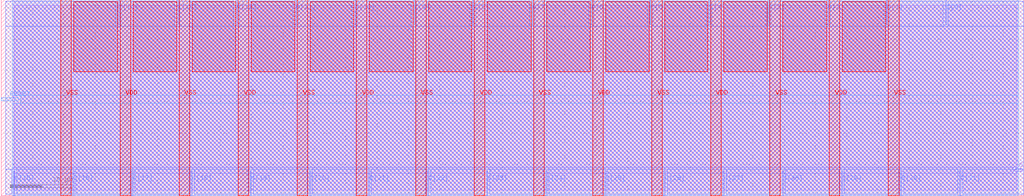
<source format=lef>
VERSION 5.7 ;
  NOWIREEXTENSIONATPIN ON ;
  DIVIDERCHAR "/" ;
  BUSBITCHARS "[]" ;
MACRO BR32
  CLASS BLOCK ;
  FOREIGN BR32 ;
  ORIGIN 0.000 0.000 ;
  SIZE 163.255 BY 31.295 ;
  PIN C[31]
    PORT
      LAYER met2 ;
        RECT 152.985 0.005 153.235 3.965 ;
    END
  END C[31]
  PIN C[30]
    PORT
      LAYER met2 ;
        RECT 143.545 0.005 143.795 3.965 ;
    END
  END C[30]
  PIN C[29]
    PORT
      LAYER met2 ;
        RECT 134.105 0.005 134.355 3.965 ;
    END
  END C[29]
  PIN C[28]
    PORT
      LAYER met2 ;
        RECT 124.665 0.005 124.915 3.965 ;
    END
  END C[28]
  PIN C[27]
    PORT
      LAYER met2 ;
        RECT 115.225 0.005 115.475 3.965 ;
    END
  END C[27]
  PIN C[26]
    PORT
      LAYER met2 ;
        RECT 105.785 0.005 106.035 3.965 ;
    END
  END C[26]
  PIN C[25]
    PORT
      LAYER met2 ;
        RECT 96.345 0.005 96.595 3.965 ;
    END
  END C[25]
  PIN C[24]
    PORT
      LAYER met2 ;
        RECT 86.905 0.005 87.155 3.965 ;
    END
  END C[24]
  PIN C[23]
    PORT
      LAYER met2 ;
        RECT 77.495 0.005 77.715 3.965 ;
    END
  END C[23]
  PIN C[22]
    PORT
      LAYER met2 ;
        RECT 68.055 0.005 68.275 3.965 ;
    END
  END C[22]
  PIN C[21]
    PORT
      LAYER met2 ;
        RECT 58.615 0.005 58.835 3.965 ;
    END
  END C[21]
  PIN C[20]
    PORT
      LAYER met2 ;
        RECT 49.175 0.005 49.395 3.965 ;
    END
  END C[20]
  PIN C[19]
    PORT
      LAYER met2 ;
        RECT 39.735 0.005 39.955 3.965 ;
    END
  END C[19]
  PIN C[18]
    PORT
      LAYER met2 ;
        RECT 30.295 0.005 30.515 3.965 ;
    END
  END C[18]
  PIN C[17]
    PORT
      LAYER met2 ;
        RECT 20.855 0.005 21.075 3.965 ;
    END
  END C[17]
  PIN C[16]
    PORT
      LAYER met2 ;
        RECT 11.415 0.005 11.635 3.965 ;
    END
  END C[16]
  PIN C[15]
    PORT
      LAYER met2 ;
        RECT 1.975 0.005 2.195 3.965 ;
    END
  END C[15]
  PIN C[14]
    PORT
      LAYER met2 ;
        RECT 18.560 27.325 18.810 31.285 ;
    END
  END C[14]
  PIN C[13]
    PORT
      LAYER met2 ;
        RECT 28.000 27.325 28.250 31.285 ;
    END
  END C[13]
  PIN C[12]
    PORT
      LAYER met2 ;
        RECT 37.440 27.325 37.690 31.285 ;
    END
  END C[12]
  PIN C[11]
    PORT
      LAYER met2 ;
        RECT 46.880 27.325 47.130 31.285 ;
    END
  END C[11]
  PIN C[10]
    PORT
      LAYER met2 ;
        RECT 56.320 27.325 56.570 31.285 ;
    END
  END C[10]
  PIN C[9]
    PORT
      LAYER met2 ;
        RECT 65.760 27.325 66.010 31.285 ;
    END
  END C[9]
  PIN C[8]
    PORT
      LAYER met2 ;
        RECT 75.200 27.325 75.450 31.285 ;
    END
  END C[8]
  PIN C[7]
    PORT
      LAYER met2 ;
        RECT 84.640 27.325 84.890 31.285 ;
    END
  END C[7]
  PIN C[6]
    PORT
      LAYER met2 ;
        RECT 94.080 27.325 94.300 31.285 ;
    END
  END C[6]
  PIN C[5]
    PORT
      LAYER met2 ;
        RECT 103.520 27.325 103.740 31.285 ;
    END
  END C[5]
  PIN C[4]
    PORT
      LAYER met2 ;
        RECT 112.960 27.325 113.180 31.285 ;
    END
  END C[4]
  PIN C[3]
    PORT
      LAYER met2 ;
        RECT 122.400 27.325 122.620 31.285 ;
    END
  END C[3]
  PIN C[2]
    PORT
      LAYER met2 ;
        RECT 131.840 27.325 132.060 31.285 ;
    END
  END C[2]
  PIN C[1]
    PORT
      LAYER met2 ;
        RECT 141.280 27.325 141.500 31.285 ;
    END
  END C[1]
  PIN C[0]
    PORT
      LAYER met2 ;
        RECT 150.720 27.325 150.940 31.285 ;
    END
  END C[0]
  PIN VSS
    DIRECTION INOUT ;
    USE GROUND ;
    PORT
      LAYER met4 ;
        RECT 9.485 0.005 11.175 31.295 ;
    END
    PORT
      LAYER met4 ;
        RECT 28.405 0.000 30.095 31.290 ;
    END
    PORT
      LAYER met4 ;
        RECT 47.275 0.005 48.965 31.295 ;
    END
    PORT
      LAYER met4 ;
        RECT 66.165 0.005 67.855 31.295 ;
    END
    PORT
      LAYER met4 ;
        RECT 85.005 0.005 86.695 31.295 ;
    END
    PORT
      LAYER met4 ;
        RECT 103.865 0.005 105.555 31.295 ;
    END
    PORT
      LAYER met4 ;
        RECT 122.715 0.005 124.405 31.295 ;
    END
    PORT
      LAYER met4 ;
        RECT 141.655 0.000 143.345 31.290 ;
    END
  END VSS
  PIN VDD
    DIRECTION INOUT ;
    USE POWER ;
    PORT
      LAYER met4 ;
        RECT 18.975 0.005 20.665 31.285 ;
    END
    PORT
      LAYER met4 ;
        RECT 37.855 0.005 39.545 31.285 ;
    END
    PORT
      LAYER met4 ;
        RECT 56.705 0.005 58.395 31.285 ;
    END
    PORT
      LAYER met4 ;
        RECT 75.545 0.005 77.235 31.285 ;
    END
    PORT
      LAYER met4 ;
        RECT 94.405 0.005 96.095 31.285 ;
    END
    PORT
      LAYER met4 ;
        RECT 113.245 0.005 114.935 31.285 ;
    END
    PORT
      LAYER met4 ;
        RECT 132.225 0.005 133.915 31.285 ;
    END
  END VDD
  PIN RESET
    PORT
      LAYER met3 ;
        RECT 0.000 15.180 2.680 15.645 ;
    END
  END RESET
  PIN OUT
    PORT
      LAYER met1 ;
        RECT 161.875 3.910 163.020 4.295 ;
    END
  END OUT
  OBS
      LAYER li1 ;
        RECT 2.075 0.865 162.175 30.425 ;
      LAYER met1 ;
        RECT 1.875 4.575 162.365 31.285 ;
        RECT 1.875 3.630 161.595 4.575 ;
        RECT 1.875 0.005 162.365 3.630 ;
      LAYER met2 ;
        RECT 0.755 27.045 18.280 31.035 ;
        RECT 19.090 27.045 27.720 31.035 ;
        RECT 28.530 27.045 37.160 31.035 ;
        RECT 37.970 27.045 46.600 31.035 ;
        RECT 47.410 27.045 56.040 31.035 ;
        RECT 56.850 27.045 65.480 31.035 ;
        RECT 66.290 27.045 74.920 31.035 ;
        RECT 75.730 27.045 84.360 31.035 ;
        RECT 85.170 27.045 93.800 31.035 ;
        RECT 94.580 27.045 103.240 31.035 ;
        RECT 104.020 27.045 112.680 31.035 ;
        RECT 113.460 27.045 122.120 31.035 ;
        RECT 122.900 27.045 131.560 31.035 ;
        RECT 132.340 27.045 141.000 31.035 ;
        RECT 141.780 27.045 150.440 31.035 ;
        RECT 151.220 27.045 163.255 31.035 ;
        RECT 0.755 4.245 163.255 27.045 ;
        RECT 0.755 0.255 1.695 4.245 ;
        RECT 2.475 0.255 11.135 4.245 ;
        RECT 11.915 0.255 20.575 4.245 ;
        RECT 21.355 0.255 30.015 4.245 ;
        RECT 30.795 0.255 39.455 4.245 ;
        RECT 40.235 0.255 48.895 4.245 ;
        RECT 49.675 0.255 58.335 4.245 ;
        RECT 59.115 0.255 67.775 4.245 ;
        RECT 68.555 0.255 77.215 4.245 ;
        RECT 77.995 0.255 86.625 4.245 ;
        RECT 87.435 0.255 96.065 4.245 ;
        RECT 96.875 0.255 105.505 4.245 ;
        RECT 106.315 0.255 114.945 4.245 ;
        RECT 115.755 0.255 124.385 4.245 ;
        RECT 125.195 0.255 133.825 4.245 ;
        RECT 134.635 0.255 143.265 4.245 ;
        RECT 144.075 0.255 152.705 4.245 ;
        RECT 153.515 0.255 163.255 4.245 ;
      LAYER met3 ;
        RECT 1.875 16.045 162.365 31.290 ;
        RECT 3.080 14.780 162.365 16.045 ;
        RECT 1.875 0.000 162.365 14.780 ;
      LAYER met4 ;
        RECT 11.575 19.760 18.575 30.970 ;
        RECT 21.065 19.760 28.005 30.970 ;
        RECT 30.495 19.760 37.455 30.970 ;
        RECT 39.945 19.760 46.875 30.970 ;
        RECT 49.365 19.760 56.305 30.970 ;
        RECT 58.795 19.760 65.765 30.970 ;
        RECT 68.255 19.760 75.145 30.970 ;
        RECT 77.635 19.760 84.605 30.970 ;
        RECT 87.095 19.760 94.005 30.970 ;
        RECT 96.495 19.760 103.465 30.970 ;
        RECT 105.955 19.760 112.845 30.970 ;
        RECT 115.335 19.760 122.315 30.970 ;
        RECT 124.805 19.760 131.825 30.970 ;
        RECT 134.315 19.760 141.255 30.970 ;
  END
END BR32
END LIBRARY


</source>
